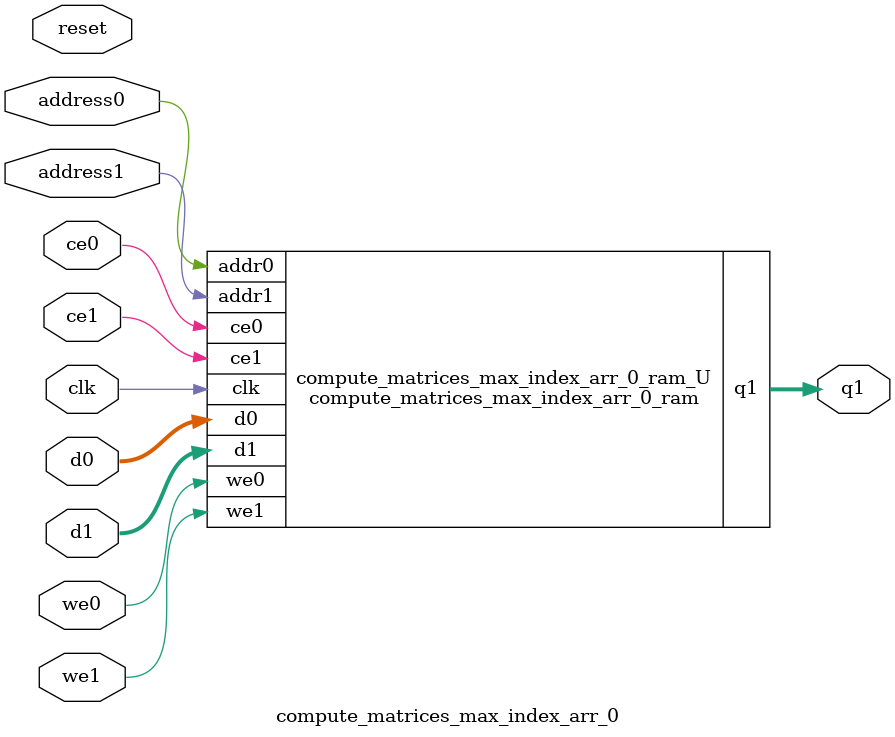
<source format=v>
`timescale 1 ns / 1 ps
module compute_matrices_max_index_arr_0_ram (addr0, ce0, d0, we0, addr1, ce1, d1, we1, q1,  clk);

parameter DWIDTH = 22;
parameter AWIDTH = 1;
parameter MEM_SIZE = 2;

input[AWIDTH-1:0] addr0;
input ce0;
input[DWIDTH-1:0] d0;
input we0;
input[AWIDTH-1:0] addr1;
input ce1;
input[DWIDTH-1:0] d1;
input we1;
output reg[DWIDTH-1:0] q1;
input clk;

(* ram_style = "block" *)reg [DWIDTH-1:0] ram[0:MEM_SIZE-1];




always @(posedge clk)  
begin 
    if (ce0) begin
        if (we0) 
            ram[addr0] <= d0; 
    end
end


always @(posedge clk)  
begin 
    if (ce1) begin
        if (we1) 
            ram[addr1] <= d1; 
        q1 <= ram[addr1];
    end
end


endmodule

`timescale 1 ns / 1 ps
module compute_matrices_max_index_arr_0(
    reset,
    clk,
    address0,
    ce0,
    we0,
    d0,
    address1,
    ce1,
    we1,
    d1,
    q1);

parameter DataWidth = 32'd22;
parameter AddressRange = 32'd2;
parameter AddressWidth = 32'd1;
input reset;
input clk;
input[AddressWidth - 1:0] address0;
input ce0;
input we0;
input[DataWidth - 1:0] d0;
input[AddressWidth - 1:0] address1;
input ce1;
input we1;
input[DataWidth - 1:0] d1;
output[DataWidth - 1:0] q1;



compute_matrices_max_index_arr_0_ram compute_matrices_max_index_arr_0_ram_U(
    .clk( clk ),
    .addr0( address0 ),
    .ce0( ce0 ),
    .we0( we0 ),
    .d0( d0 ),
    .addr1( address1 ),
    .ce1( ce1 ),
    .we1( we1 ),
    .d1( d1 ),
    .q1( q1 ));

endmodule


</source>
